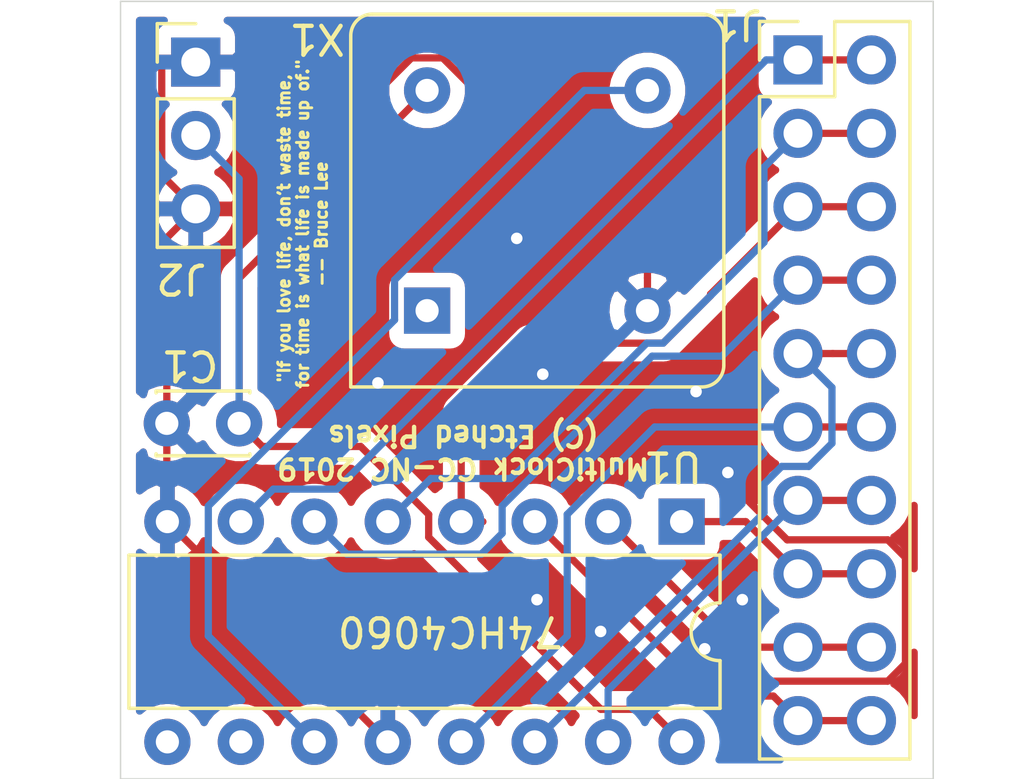
<source format=kicad_pcb>
(kicad_pcb (version 20171130) (host pcbnew 5.1.4-3.fc30)

  (general
    (thickness 1.6)
    (drawings 7)
    (tracks 116)
    (zones 0)
    (modules 5)
    (nets 14)
  )

  (page A4)
  (layers
    (0 F.Cu signal)
    (31 B.Cu signal)
    (32 B.Adhes user)
    (33 F.Adhes user)
    (34 B.Paste user)
    (35 F.Paste user)
    (36 B.SilkS user)
    (37 F.SilkS user)
    (38 B.Mask user)
    (39 F.Mask user)
    (40 Dwgs.User user)
    (41 Cmts.User user)
    (42 Eco1.User user)
    (43 Eco2.User user)
    (44 Edge.Cuts user)
    (45 Margin user)
    (46 B.CrtYd user)
    (47 F.CrtYd user)
    (48 B.Fab user)
    (49 F.Fab user)
  )

  (setup
    (last_trace_width 0.25)
    (trace_clearance 0.2)
    (zone_clearance 0.508)
    (zone_45_only no)
    (trace_min 0.2)
    (via_size 0.8)
    (via_drill 0.4)
    (via_min_size 0.4)
    (via_min_drill 0.3)
    (uvia_size 0.3)
    (uvia_drill 0.1)
    (uvias_allowed no)
    (uvia_min_size 0.2)
    (uvia_min_drill 0.1)
    (edge_width 0.05)
    (segment_width 0.2)
    (pcb_text_width 0.3)
    (pcb_text_size 1.5 1.5)
    (mod_edge_width 0.12)
    (mod_text_size 1 1)
    (mod_text_width 0.15)
    (pad_size 1.524 1.524)
    (pad_drill 0.762)
    (pad_to_mask_clearance 0.051)
    (solder_mask_min_width 0.25)
    (aux_axis_origin 0 0)
    (visible_elements FFFFFF7F)
    (pcbplotparams
      (layerselection 0x010fc_ffffffff)
      (usegerberextensions false)
      (usegerberattributes false)
      (usegerberadvancedattributes false)
      (creategerberjobfile false)
      (excludeedgelayer true)
      (linewidth 0.100000)
      (plotframeref false)
      (viasonmask false)
      (mode 1)
      (useauxorigin false)
      (hpglpennumber 1)
      (hpglpenspeed 20)
      (hpglpendiameter 15.000000)
      (psnegative false)
      (psa4output false)
      (plotreference true)
      (plotvalue true)
      (plotinvisibletext false)
      (padsonsilk false)
      (subtractmaskfromsilk false)
      (outputformat 1)
      (mirror false)
      (drillshape 0)
      (scaleselection 1)
      (outputdirectory "/tmp/timertick"))
  )

  (net 0 "")
  (net 1 VCC)
  (net 2 GND)
  (net 3 "Net-(J1-Pad1)")
  (net 4 "Net-(J1-Pad3)")
  (net 5 "Net-(J1-Pad5)")
  (net 6 "Net-(J1-Pad7)")
  (net 7 "Net-(J1-Pad10)")
  (net 8 "Net-(J1-Pad11)")
  (net 9 "Net-(J1-Pad13)")
  (net 10 "Net-(J1-Pad15)")
  (net 11 "Net-(J1-Pad17)")
  (net 12 "Net-(J1-Pad19)")
  (net 13 "Net-(U1-Pad11)")

  (net_class Default "This is the default net class."
    (clearance 0.2)
    (trace_width 0.25)
    (via_dia 0.8)
    (via_drill 0.4)
    (uvia_dia 0.3)
    (uvia_drill 0.1)
    (add_net GND)
    (add_net "Net-(J1-Pad1)")
    (add_net "Net-(J1-Pad10)")
    (add_net "Net-(J1-Pad11)")
    (add_net "Net-(J1-Pad13)")
    (add_net "Net-(J1-Pad15)")
    (add_net "Net-(J1-Pad17)")
    (add_net "Net-(J1-Pad19)")
    (add_net "Net-(J1-Pad3)")
    (add_net "Net-(J1-Pad5)")
    (add_net "Net-(J1-Pad7)")
    (add_net "Net-(U1-Pad11)")
    (add_net VCC)
  )

  (module Capacitor_THT:C_Disc_D3.0mm_W2.0mm_P2.50mm (layer F.Cu) (tedit 5AE50EF0) (tstamp 5D9BBD7B)
    (at 119.5 85.9 180)
    (descr "C, Disc series, Radial, pin pitch=2.50mm, , diameter*width=3*2mm^2, Capacitor")
    (tags "C Disc series Radial pin pitch 2.50mm  diameter 3mm width 2mm Capacitor")
    (path /5D9C862A)
    (fp_text reference C1 (at 1.7 2 180 unlocked) (layer F.SilkS)
      (effects (font (size 1 1) (thickness 0.15)))
    )
    (fp_text value 0.1uF (at 1.25 2.25) (layer F.Fab)
      (effects (font (size 1 1) (thickness 0.15)))
    )
    (fp_line (start -0.25 -1) (end -0.25 1) (layer F.Fab) (width 0.1))
    (fp_line (start -0.25 1) (end 2.75 1) (layer F.Fab) (width 0.1))
    (fp_line (start 2.75 1) (end 2.75 -1) (layer F.Fab) (width 0.1))
    (fp_line (start 2.75 -1) (end -0.25 -1) (layer F.Fab) (width 0.1))
    (fp_line (start -0.37 -1.12) (end 2.87 -1.12) (layer F.SilkS) (width 0.12))
    (fp_line (start -0.37 1.12) (end 2.87 1.12) (layer F.SilkS) (width 0.12))
    (fp_line (start -0.37 -1.12) (end -0.37 -1.055) (layer F.SilkS) (width 0.12))
    (fp_line (start -0.37 1.055) (end -0.37 1.12) (layer F.SilkS) (width 0.12))
    (fp_line (start 2.87 -1.12) (end 2.87 -1.055) (layer F.SilkS) (width 0.12))
    (fp_line (start 2.87 1.055) (end 2.87 1.12) (layer F.SilkS) (width 0.12))
    (fp_line (start -1.05 -1.25) (end -1.05 1.25) (layer F.CrtYd) (width 0.05))
    (fp_line (start -1.05 1.25) (end 3.55 1.25) (layer F.CrtYd) (width 0.05))
    (fp_line (start 3.55 1.25) (end 3.55 -1.25) (layer F.CrtYd) (width 0.05))
    (fp_line (start 3.55 -1.25) (end -1.05 -1.25) (layer F.CrtYd) (width 0.05))
    (fp_text user %R (at 1.25 0 90) (layer F.Fab)
      (effects (font (size 0.6 0.6) (thickness 0.09)))
    )
    (pad 1 thru_hole circle (at 0 0 180) (size 1.6 1.6) (drill 0.8) (layers *.Cu *.Mask)
      (net 1 VCC))
    (pad 2 thru_hole circle (at 2.5 0 180) (size 1.6 1.6) (drill 0.8) (layers *.Cu *.Mask)
      (net 2 GND))
    (model ${KISYS3DMOD}/Capacitor_THT.3dshapes/C_Disc_D3.0mm_W2.0mm_P2.50mm.wrl
      (at (xyz 0 0 0))
      (scale (xyz 1 1 1))
      (rotate (xyz 0 0 0))
    )
  )

  (module Connector_PinHeader_2.54mm:PinHeader_2x10_P2.54mm_Vertical (layer F.Cu) (tedit 59FED5CC) (tstamp 5D9BBDA5)
    (at 138.825001 73.325001)
    (descr "Through hole straight pin header, 2x10, 2.54mm pitch, double rows")
    (tags "Through hole pin header THT 2x10 2.54mm double row")
    (path /5D9C41B5)
    (fp_text reference J1 (at -2.125001 -1.225001 180 unlocked) (layer F.SilkS)
      (effects (font (size 1 1) (thickness 0.15)))
    )
    (fp_text value Conn_02x10_Odd_Even (at 6.974999 7.174999 90) (layer F.Fab)
      (effects (font (size 1 1) (thickness 0.15)))
    )
    (fp_line (start 0 -1.27) (end 3.81 -1.27) (layer F.Fab) (width 0.1))
    (fp_line (start 3.81 -1.27) (end 3.81 24.13) (layer F.Fab) (width 0.1))
    (fp_line (start 3.81 24.13) (end -1.27 24.13) (layer F.Fab) (width 0.1))
    (fp_line (start -1.27 24.13) (end -1.27 0) (layer F.Fab) (width 0.1))
    (fp_line (start -1.27 0) (end 0 -1.27) (layer F.Fab) (width 0.1))
    (fp_line (start -1.33 24.19) (end 3.87 24.19) (layer F.SilkS) (width 0.12))
    (fp_line (start -1.33 1.27) (end -1.33 24.19) (layer F.SilkS) (width 0.12))
    (fp_line (start 3.87 -1.33) (end 3.87 24.19) (layer F.SilkS) (width 0.12))
    (fp_line (start -1.33 1.27) (end 1.27 1.27) (layer F.SilkS) (width 0.12))
    (fp_line (start 1.27 1.27) (end 1.27 -1.33) (layer F.SilkS) (width 0.12))
    (fp_line (start 1.27 -1.33) (end 3.87 -1.33) (layer F.SilkS) (width 0.12))
    (fp_line (start -1.33 0) (end -1.33 -1.33) (layer F.SilkS) (width 0.12))
    (fp_line (start -1.33 -1.33) (end 0 -1.33) (layer F.SilkS) (width 0.12))
    (fp_line (start -1.8 -1.8) (end -1.8 24.65) (layer F.CrtYd) (width 0.05))
    (fp_line (start -1.8 24.65) (end 4.35 24.65) (layer F.CrtYd) (width 0.05))
    (fp_line (start 4.35 24.65) (end 4.35 -1.8) (layer F.CrtYd) (width 0.05))
    (fp_line (start 4.35 -1.8) (end -1.8 -1.8) (layer F.CrtYd) (width 0.05))
    (fp_text user %R (at 1.27 11.43 90) (layer F.Fab)
      (effects (font (size 1 1) (thickness 0.15)))
    )
    (pad 1 thru_hole rect (at 0 0) (size 1.7 1.7) (drill 1) (layers *.Cu *.Mask)
      (net 3 "Net-(J1-Pad1)"))
    (pad 2 thru_hole oval (at 2.54 0) (size 1.7 1.7) (drill 1) (layers *.Cu *.Mask)
      (net 3 "Net-(J1-Pad1)"))
    (pad 3 thru_hole oval (at 0 2.54) (size 1.7 1.7) (drill 1) (layers *.Cu *.Mask)
      (net 4 "Net-(J1-Pad3)"))
    (pad 4 thru_hole oval (at 2.54 2.54) (size 1.7 1.7) (drill 1) (layers *.Cu *.Mask)
      (net 4 "Net-(J1-Pad3)"))
    (pad 5 thru_hole oval (at 0 5.08) (size 1.7 1.7) (drill 1) (layers *.Cu *.Mask)
      (net 5 "Net-(J1-Pad5)"))
    (pad 6 thru_hole oval (at 2.54 5.08) (size 1.7 1.7) (drill 1) (layers *.Cu *.Mask)
      (net 5 "Net-(J1-Pad5)"))
    (pad 7 thru_hole oval (at 0 7.62) (size 1.7 1.7) (drill 1) (layers *.Cu *.Mask)
      (net 6 "Net-(J1-Pad7)"))
    (pad 8 thru_hole oval (at 2.54 7.62) (size 1.7 1.7) (drill 1) (layers *.Cu *.Mask)
      (net 6 "Net-(J1-Pad7)"))
    (pad 9 thru_hole oval (at 0 10.16) (size 1.7 1.7) (drill 1) (layers *.Cu *.Mask)
      (net 7 "Net-(J1-Pad10)"))
    (pad 10 thru_hole oval (at 2.54 10.16) (size 1.7 1.7) (drill 1) (layers *.Cu *.Mask)
      (net 7 "Net-(J1-Pad10)"))
    (pad 11 thru_hole oval (at 0 12.7) (size 1.7 1.7) (drill 1) (layers *.Cu *.Mask)
      (net 8 "Net-(J1-Pad11)"))
    (pad 12 thru_hole oval (at 2.54 12.7) (size 1.7 1.7) (drill 1) (layers *.Cu *.Mask)
      (net 8 "Net-(J1-Pad11)"))
    (pad 13 thru_hole oval (at 0 15.24) (size 1.7 1.7) (drill 1) (layers *.Cu *.Mask)
      (net 9 "Net-(J1-Pad13)"))
    (pad 14 thru_hole oval (at 2.54 15.24) (size 1.7 1.7) (drill 1) (layers *.Cu *.Mask)
      (net 9 "Net-(J1-Pad13)"))
    (pad 15 thru_hole oval (at 0 17.78) (size 1.7 1.7) (drill 1) (layers *.Cu *.Mask)
      (net 10 "Net-(J1-Pad15)"))
    (pad 16 thru_hole oval (at 2.54 17.78) (size 1.7 1.7) (drill 1) (layers *.Cu *.Mask)
      (net 10 "Net-(J1-Pad15)"))
    (pad 17 thru_hole oval (at 0 20.32) (size 1.7 1.7) (drill 1) (layers *.Cu *.Mask)
      (net 11 "Net-(J1-Pad17)"))
    (pad 18 thru_hole oval (at 2.54 20.32) (size 1.7 1.7) (drill 1) (layers *.Cu *.Mask)
      (net 11 "Net-(J1-Pad17)"))
    (pad 19 thru_hole oval (at 0 22.86) (size 1.7 1.7) (drill 1) (layers *.Cu *.Mask)
      (net 12 "Net-(J1-Pad19)"))
    (pad 20 thru_hole oval (at 2.54 22.86) (size 1.7 1.7) (drill 1) (layers *.Cu *.Mask)
      (net 12 "Net-(J1-Pad19)"))
    (model ${KISYS3DMOD}/Connector_PinHeader_2.54mm.3dshapes/PinHeader_2x10_P2.54mm_Vertical.wrl
      (at (xyz 0 0 0))
      (scale (xyz 1 1 1))
      (rotate (xyz 0 0 0))
    )
  )

  (module Oscillator:Oscillator_DIP-8 (layer F.Cu) (tedit 58CD3344) (tstamp 5D9BBDEB)
    (at 126 82)
    (descr "Oscillator, DIP8,http://cdn-reichelt.de/documents/datenblatt/B400/OSZI.pdf")
    (tags oscillator)
    (path /5D9BF389)
    (fp_text reference X1 (at -3.8 -9.4 180 unlocked) (layer F.SilkS)
      (effects (font (size 1 1) (thickness 0.15)))
    )
    (fp_text value 2.4576MHz (at 3.81 3.74) (layer F.Fab)
      (effects (font (size 1 1) (thickness 0.15)))
    )
    (fp_text user %R (at 3.81 -3.81) (layer F.Fab)
      (effects (font (size 1 1) (thickness 0.15)))
    )
    (fp_line (start 10.41 2.79) (end 10.41 -10.41) (layer F.CrtYd) (width 0.05))
    (fp_line (start 10.41 -10.41) (end -2.79 -10.41) (layer F.CrtYd) (width 0.05))
    (fp_line (start -2.79 -10.41) (end -2.79 2.79) (layer F.CrtYd) (width 0.05))
    (fp_line (start -2.79 2.79) (end 10.41 2.79) (layer F.CrtYd) (width 0.05))
    (fp_line (start 9.16 1.19) (end 9.16 -8.81) (layer F.Fab) (width 0.1))
    (fp_line (start -1.19 -9.16) (end 8.81 -9.16) (layer F.Fab) (width 0.1))
    (fp_line (start -1.54 1.54) (end -1.54 -8.81) (layer F.Fab) (width 0.1))
    (fp_line (start -1.54 1.54) (end 8.81 1.54) (layer F.Fab) (width 0.1))
    (fp_line (start -2.64 -9.51) (end -2.64 2.64) (layer F.SilkS) (width 0.12))
    (fp_line (start 9.51 -10.26) (end -1.89 -10.26) (layer F.SilkS) (width 0.12))
    (fp_line (start 10.26 1.89) (end 10.26 -9.51) (layer F.SilkS) (width 0.12))
    (fp_line (start -2.64 2.64) (end 9.51 2.64) (layer F.SilkS) (width 0.12))
    (fp_line (start -2.54 2.54) (end 9.51 2.54) (layer F.Fab) (width 0.1))
    (fp_line (start 10.16 -9.51) (end 10.16 1.89) (layer F.Fab) (width 0.1))
    (fp_line (start -1.89 -10.16) (end 9.51 -10.16) (layer F.Fab) (width 0.1))
    (fp_line (start -2.54 2.54) (end -2.54 -9.51) (layer F.Fab) (width 0.1))
    (fp_arc (start 8.81 1.19) (end 9.16 1.19) (angle 90) (layer F.Fab) (width 0.1))
    (fp_arc (start 8.81 -8.81) (end 8.81 -9.16) (angle 90) (layer F.Fab) (width 0.1))
    (fp_arc (start -1.19 -8.81) (end -1.54 -8.81) (angle 90) (layer F.Fab) (width 0.1))
    (fp_arc (start 9.51 1.89) (end 10.26 1.89) (angle 90) (layer F.SilkS) (width 0.12))
    (fp_arc (start 9.51 -9.51) (end 9.51 -10.26) (angle 90) (layer F.SilkS) (width 0.12))
    (fp_arc (start -1.89 -9.51) (end -2.64 -9.51) (angle 90) (layer F.SilkS) (width 0.12))
    (fp_arc (start 9.51 1.89) (end 10.16 1.89) (angle 90) (layer F.Fab) (width 0.1))
    (fp_arc (start 9.51 -9.51) (end 9.51 -10.16) (angle 90) (layer F.Fab) (width 0.1))
    (fp_arc (start -1.89 -9.51) (end -2.54 -9.51) (angle 90) (layer F.Fab) (width 0.1))
    (pad 1 thru_hole rect (at 0 0) (size 1.6 1.6) (drill 0.8) (layers *.Cu *.Mask))
    (pad 8 thru_hole circle (at 0 -7.62) (size 1.6 1.6) (drill 0.8) (layers *.Cu *.Mask)
      (net 1 VCC))
    (pad 5 thru_hole circle (at 7.62 -7.62) (size 1.6 1.6) (drill 0.8) (layers *.Cu *.Mask)
      (net 13 "Net-(U1-Pad11)"))
    (pad 4 thru_hole circle (at 7.62 0) (size 1.6 1.6) (drill 0.8) (layers *.Cu *.Mask)
      (net 2 GND))
    (model ${KISYS3DMOD}/Oscillator.3dshapes/Oscillator_DIP-8.wrl
      (at (xyz 0 0 0))
      (scale (xyz 1 1 1))
      (rotate (xyz 0 0 0))
    )
  )

  (module Connector_PinHeader_2.54mm:PinHeader_1x03_P2.54mm_Vertical (layer F.Cu) (tedit 59FED5CC) (tstamp 5D9BC250)
    (at 118 73.4)
    (descr "Through hole straight pin header, 1x03, 2.54mm pitch, single row")
    (tags "Through hole pin header THT 1x03 2.54mm single row")
    (path /5D9CC109)
    (fp_text reference J2 (at -0.5 7.5 180 unlocked) (layer F.SilkS)
      (effects (font (size 1 1) (thickness 0.15)))
    )
    (fp_text value Conn_01x03_Male (at 0 7.41) (layer F.Fab)
      (effects (font (size 1 1) (thickness 0.15)))
    )
    (fp_line (start -0.635 -1.27) (end 1.27 -1.27) (layer F.Fab) (width 0.1))
    (fp_line (start 1.27 -1.27) (end 1.27 6.35) (layer F.Fab) (width 0.1))
    (fp_line (start 1.27 6.35) (end -1.27 6.35) (layer F.Fab) (width 0.1))
    (fp_line (start -1.27 6.35) (end -1.27 -0.635) (layer F.Fab) (width 0.1))
    (fp_line (start -1.27 -0.635) (end -0.635 -1.27) (layer F.Fab) (width 0.1))
    (fp_line (start -1.33 6.41) (end 1.33 6.41) (layer F.SilkS) (width 0.12))
    (fp_line (start -1.33 1.27) (end -1.33 6.41) (layer F.SilkS) (width 0.12))
    (fp_line (start 1.33 1.27) (end 1.33 6.41) (layer F.SilkS) (width 0.12))
    (fp_line (start -1.33 1.27) (end 1.33 1.27) (layer F.SilkS) (width 0.12))
    (fp_line (start -1.33 0) (end -1.33 -1.33) (layer F.SilkS) (width 0.12))
    (fp_line (start -1.33 -1.33) (end 0 -1.33) (layer F.SilkS) (width 0.12))
    (fp_line (start -1.8 -1.8) (end -1.8 6.85) (layer F.CrtYd) (width 0.05))
    (fp_line (start -1.8 6.85) (end 1.8 6.85) (layer F.CrtYd) (width 0.05))
    (fp_line (start 1.8 6.85) (end 1.8 -1.8) (layer F.CrtYd) (width 0.05))
    (fp_line (start 1.8 -1.8) (end -1.8 -1.8) (layer F.CrtYd) (width 0.05))
    (fp_text user %R (at 0 2.54 90) (layer F.Fab)
      (effects (font (size 1 1) (thickness 0.15)))
    )
    (pad 1 thru_hole rect (at 0 0) (size 1.7 1.7) (drill 1) (layers *.Cu *.Mask)
      (net 2 GND))
    (pad 2 thru_hole oval (at 0 2.54) (size 1.7 1.7) (drill 1) (layers *.Cu *.Mask)
      (net 1 VCC))
    (pad 3 thru_hole oval (at 0 5.08) (size 1.7 1.7) (drill 1) (layers *.Cu *.Mask)
      (net 2 GND))
    (model ${KISYS3DMOD}/Connector_PinHeader_2.54mm.3dshapes/PinHeader_1x03_P2.54mm_Vertical.wrl
      (at (xyz 0 0 0))
      (scale (xyz 1 1 1))
      (rotate (xyz 0 0 0))
    )
  )

  (module Package_DIP:DIP-16_W7.62mm (layer F.Cu) (tedit 5A02E8C5) (tstamp 5D9BC304)
    (at 134.8 89.3 270)
    (descr "16-lead though-hole mounted DIP package, row spacing 7.62 mm (300 mils)")
    (tags "THT DIP DIL PDIP 2.54mm 7.62mm 300mil")
    (path /5D9C1A29)
    (fp_text reference U1 (at -1.9 0.3 180 unlocked) (layer F.SilkS)
      (effects (font (size 1 1) (thickness 0.15)))
    )
    (fp_text value 74HC4060 (at 3.81 20.11 90) (layer F.Fab)
      (effects (font (size 1 1) (thickness 0.15)))
    )
    (fp_arc (start 3.81 -1.33) (end 2.81 -1.33) (angle -180) (layer F.SilkS) (width 0.12))
    (fp_line (start 1.635 -1.27) (end 6.985 -1.27) (layer F.Fab) (width 0.1))
    (fp_line (start 6.985 -1.27) (end 6.985 19.05) (layer F.Fab) (width 0.1))
    (fp_line (start 6.985 19.05) (end 0.635 19.05) (layer F.Fab) (width 0.1))
    (fp_line (start 0.635 19.05) (end 0.635 -0.27) (layer F.Fab) (width 0.1))
    (fp_line (start 0.635 -0.27) (end 1.635 -1.27) (layer F.Fab) (width 0.1))
    (fp_line (start 2.81 -1.33) (end 1.16 -1.33) (layer F.SilkS) (width 0.12))
    (fp_line (start 1.16 -1.33) (end 1.16 19.11) (layer F.SilkS) (width 0.12))
    (fp_line (start 1.16 19.11) (end 6.46 19.11) (layer F.SilkS) (width 0.12))
    (fp_line (start 6.46 19.11) (end 6.46 -1.33) (layer F.SilkS) (width 0.12))
    (fp_line (start 6.46 -1.33) (end 4.81 -1.33) (layer F.SilkS) (width 0.12))
    (fp_line (start -1.1 -1.55) (end -1.1 19.3) (layer F.CrtYd) (width 0.05))
    (fp_line (start -1.1 19.3) (end 8.7 19.3) (layer F.CrtYd) (width 0.05))
    (fp_line (start 8.7 19.3) (end 8.7 -1.55) (layer F.CrtYd) (width 0.05))
    (fp_line (start 8.7 -1.55) (end -1.1 -1.55) (layer F.CrtYd) (width 0.05))
    (fp_text user %R (at 3.81 8.89 90) (layer F.Fab)
      (effects (font (size 1 1) (thickness 0.15)))
    )
    (pad 1 thru_hole rect (at 0 0 270) (size 1.6 1.6) (drill 0.8) (layers *.Cu *.Mask)
      (net 10 "Net-(J1-Pad15)"))
    (pad 9 thru_hole oval (at 7.62 17.78 270) (size 1.6 1.6) (drill 0.8) (layers *.Cu *.Mask))
    (pad 2 thru_hole oval (at 0 2.54 270) (size 1.6 1.6) (drill 0.8) (layers *.Cu *.Mask)
      (net 11 "Net-(J1-Pad17)"))
    (pad 10 thru_hole oval (at 7.62 15.24 270) (size 1.6 1.6) (drill 0.8) (layers *.Cu *.Mask))
    (pad 3 thru_hole oval (at 0 5.08 270) (size 1.6 1.6) (drill 0.8) (layers *.Cu *.Mask)
      (net 12 "Net-(J1-Pad19)"))
    (pad 11 thru_hole oval (at 7.62 12.7 270) (size 1.6 1.6) (drill 0.8) (layers *.Cu *.Mask)
      (net 13 "Net-(U1-Pad11)"))
    (pad 4 thru_hole oval (at 0 7.62 270) (size 1.6 1.6) (drill 0.8) (layers *.Cu *.Mask)
      (net 5 "Net-(J1-Pad5)"))
    (pad 12 thru_hole oval (at 7.62 10.16 270) (size 1.6 1.6) (drill 0.8) (layers *.Cu *.Mask)
      (net 2 GND))
    (pad 5 thru_hole oval (at 0 10.16 270) (size 1.6 1.6) (drill 0.8) (layers *.Cu *.Mask)
      (net 4 "Net-(J1-Pad3)"))
    (pad 13 thru_hole oval (at 7.62 7.62 270) (size 1.6 1.6) (drill 0.8) (layers *.Cu *.Mask)
      (net 8 "Net-(J1-Pad11)"))
    (pad 6 thru_hole oval (at 0 12.7 270) (size 1.6 1.6) (drill 0.8) (layers *.Cu *.Mask)
      (net 6 "Net-(J1-Pad7)"))
    (pad 14 thru_hole oval (at 7.62 5.08 270) (size 1.6 1.6) (drill 0.8) (layers *.Cu *.Mask)
      (net 7 "Net-(J1-Pad10)"))
    (pad 7 thru_hole oval (at 0 15.24 270) (size 1.6 1.6) (drill 0.8) (layers *.Cu *.Mask)
      (net 3 "Net-(J1-Pad1)"))
    (pad 15 thru_hole oval (at 7.62 2.54 270) (size 1.6 1.6) (drill 0.8) (layers *.Cu *.Mask)
      (net 9 "Net-(J1-Pad13)"))
    (pad 8 thru_hole oval (at 0 17.78 270) (size 1.6 1.6) (drill 0.8) (layers *.Cu *.Mask)
      (net 2 GND))
    (pad 16 thru_hole oval (at 7.62 0 270) (size 1.6 1.6) (drill 0.8) (layers *.Cu *.Mask)
      (net 1 VCC))
    (model ${KISYS3DMOD}/Package_DIP.3dshapes/DIP-16_W7.62mm.wrl
      (at (xyz 0 0 0))
      (scale (xyz 1 1 1))
      (rotate (xyz 0 0 0))
    )
  )

  (gr_text "MultiClock CC-NC 2019\n(C) Etched Pixels" (at 127.25 86.9 180) (layer F.SilkS)
    (effects (font (size 0.7 0.7) (thickness 0.15)))
  )
  (gr_text "\"If you love life, don't waste time, \nfor time is what life is made up of.\"\n-- Bruce Lee" (at 121.7 79 90) (layer F.SilkS)
    (effects (font (size 0.4 0.4) (thickness 0.1)))
  )
  (gr_text 74HC4060 (at 126.8 93.1 180) (layer F.SilkS)
    (effects (font (size 1 1) (thickness 0.15)))
  )
  (gr_line (start 115.4 98.2) (end 115.4 71.3) (layer Edge.Cuts) (width 0.05) (tstamp 5D9BC3D3))
  (gr_line (start 143.5 98.2) (end 115.4 98.2) (layer Edge.Cuts) (width 0.05))
  (gr_line (start 143.5 71.3) (end 143.5 98.2) (layer Edge.Cuts) (width 0.05))
  (gr_line (start 115.4 71.3) (end 143.5 71.3) (layer Edge.Cuts) (width 0.05))

  (segment (start 119.5 80.88) (end 126 74.38) (width 0.25) (layer F.Cu) (net 1) (status 20))
  (segment (start 119.5 85.9) (end 119.5 80.88) (width 0.25) (layer F.Cu) (net 1) (status 10))
  (segment (start 134.000001 96.120001) (end 134.8 96.92) (width 0.25) (layer F.Cu) (net 1) (status 20))
  (segment (start 132.009997 95.794999) (end 133.674999 95.794999) (width 0.25) (layer F.Cu) (net 1))
  (segment (start 133.674999 95.794999) (end 134.000001 96.120001) (width 0.25) (layer F.Cu) (net 1))
  (segment (start 126.054999 89.840001) (end 132.009997 95.794999) (width 0.25) (layer F.Cu) (net 1))
  (segment (start 126.054999 89.049997) (end 126.054999 89.840001) (width 0.25) (layer F.Cu) (net 1))
  (segment (start 123.705001 86.699999) (end 126.054999 89.049997) (width 0.25) (layer F.Cu) (net 1))
  (segment (start 120.299999 86.699999) (end 123.705001 86.699999) (width 0.25) (layer F.Cu) (net 1))
  (segment (start 119.5 85.9) (end 120.299999 86.699999) (width 0.25) (layer F.Cu) (net 1) (status 10))
  (segment (start 119.5 77.44) (end 118 75.94) (width 0.25) (layer B.Cu) (net 1))
  (segment (start 119.5 85.9) (end 119.5 77.44) (width 0.25) (layer B.Cu) (net 1))
  (segment (start 124.64 96.92) (end 117.02 89.3) (width 0.25) (layer F.Cu) (net 2) (status 30))
  (segment (start 117 89.28) (end 117.02 89.3) (width 0.25) (layer F.Cu) (net 2) (status 30))
  (segment (start 117 85.9) (end 117 89.28) (width 0.25) (layer F.Cu) (net 2) (status 30))
  (segment (start 133.62 80.86863) (end 133.62 82) (width 0.25) (layer F.Cu) (net 2) (status 20))
  (segment (start 133.62 80.334998) (end 133.62 80.86863) (width 0.25) (layer F.Cu) (net 2))
  (segment (start 126.540001 73.254999) (end 133.62 80.334998) (width 0.25) (layer F.Cu) (net 2))
  (segment (start 125.459999 73.254999) (end 126.540001 73.254999) (width 0.25) (layer F.Cu) (net 2))
  (segment (start 117 81.714998) (end 125.459999 73.254999) (width 0.25) (layer F.Cu) (net 2))
  (segment (start 117 85.9) (end 117 81.714998) (width 0.25) (layer F.Cu) (net 2) (status 10))
  (segment (start 117 79.48) (end 118 78.48) (width 0.25) (layer F.Cu) (net 2))
  (segment (start 117 81.714998) (end 117 79.48) (width 0.25) (layer F.Cu) (net 2))
  (segment (start 116.9 73.4) (end 118 73.4) (width 0.25) (layer F.Cu) (net 2))
  (segment (start 116.824999 73.475001) (end 116.9 73.4) (width 0.25) (layer F.Cu) (net 2))
  (segment (start 116.824999 77.304999) (end 116.824999 73.475001) (width 0.25) (layer F.Cu) (net 2))
  (segment (start 118 78.48) (end 116.824999 77.304999) (width 0.25) (layer F.Cu) (net 2))
  (via (at 129.8 92) (size 0.8) (drill 0.4) (layers F.Cu B.Cu) (net 2))
  (via (at 132 93.1) (size 0.8) (drill 0.4) (layers F.Cu B.Cu) (net 2))
  (via (at 129.1 79.5) (size 0.8) (drill 0.4) (layers F.Cu B.Cu) (net 2))
  (via (at 124.3 84.5) (size 0.8) (drill 0.4) (layers F.Cu B.Cu) (net 2))
  (via (at 130 84.2) (size 0.8) (drill 0.4) (layers F.Cu B.Cu) (net 2))
  (via (at 136.9 92) (size 0.8) (drill 0.4) (layers F.Cu B.Cu) (net 2))
  (via (at 135.6 93.7) (size 0.8) (drill 0.4) (layers F.Cu B.Cu) (net 2))
  (via (at 136.4 87.6) (size 0.8) (drill 0.4) (layers F.Cu B.Cu) (net 2))
  (via (at 135.3 84.8) (size 0.8) (drill 0.4) (layers F.Cu B.Cu) (net 2))
  (segment (start 136.720002 94.820002) (end 135.999999 94.099999) (width 0.25) (layer F.Cu) (net 2))
  (segment (start 141.929002 94.820002) (end 136.720002 94.820002) (width 0.25) (layer F.Cu) (net 2))
  (segment (start 135.999999 94.099999) (end 135.6 93.7) (width 0.25) (layer F.Cu) (net 2))
  (segment (start 142.540002 94.209002) (end 141.929002 94.820002) (width 0.25) (layer F.Cu) (net 2))
  (segment (start 142.540002 90.541) (end 142.540002 94.209002) (width 0.25) (layer F.Cu) (net 2))
  (segment (start 141.929002 89.93) (end 142.540002 90.541) (width 0.25) (layer F.Cu) (net 2))
  (segment (start 138.450998 89.93) (end 141.929002 89.93) (width 0.25) (layer F.Cu) (net 2))
  (segment (start 136.799999 88.279001) (end 138.450998 89.93) (width 0.25) (layer F.Cu) (net 2))
  (segment (start 136.799999 87.999999) (end 136.799999 88.279001) (width 0.25) (layer F.Cu) (net 2))
  (segment (start 136.4 87.6) (end 136.799999 87.999999) (width 0.25) (layer F.Cu) (net 2))
  (segment (start 138.825001 73.325001) (end 141.365001 73.325001) (width 0.25) (layer F.Cu) (net 3) (status 30))
  (segment (start 137.725001 73.325001) (end 138.825001 73.325001) (width 0.25) (layer B.Cu) (net 3) (status 20))
  (segment (start 122.875003 88.174999) (end 137.725001 73.325001) (width 0.25) (layer B.Cu) (net 3))
  (segment (start 120.685001 88.174999) (end 122.875003 88.174999) (width 0.25) (layer B.Cu) (net 3))
  (segment (start 119.56 89.3) (end 120.685001 88.174999) (width 0.25) (layer B.Cu) (net 3) (status 10))
  (segment (start 138.825001 75.865001) (end 141.365001 75.865001) (width 0.25) (layer F.Cu) (net 4) (status 30))
  (segment (start 137.975002 76.715) (end 138.825001 75.865001) (width 0.25) (layer B.Cu) (net 4))
  (segment (start 133.593587 83.125001) (end 134.160001 83.125001) (width 0.25) (layer B.Cu) (net 4))
  (segment (start 129.118588 87.6) (end 133.593587 83.125001) (width 0.25) (layer B.Cu) (net 4))
  (segment (start 137.65 79.635002) (end 137.65 77.040002) (width 0.25) (layer B.Cu) (net 4))
  (segment (start 129.1 87.6) (end 129.118588 87.6) (width 0.25) (layer B.Cu) (net 4))
  (segment (start 137.65 77.040002) (end 137.975002 76.715) (width 0.25) (layer B.Cu) (net 4))
  (segment (start 128.890706 87.809294) (end 129.1 87.6) (width 0.25) (layer B.Cu) (net 4))
  (segment (start 134.160001 83.125001) (end 137.65 79.635002) (width 0.25) (layer B.Cu) (net 4))
  (segment (start 126.130706 87.809294) (end 128.890706 87.809294) (width 0.25) (layer B.Cu) (net 4))
  (segment (start 124.64 89.3) (end 126.130706 87.809294) (width 0.25) (layer B.Cu) (net 4))
  (segment (start 138.825001 78.405001) (end 141.365001 78.405001) (width 0.25) (layer F.Cu) (net 5) (status 30))
  (segment (start 127.930002 89.3) (end 127.18 89.3) (width 0.25) (layer F.Cu) (net 5) (status 30))
  (segment (start 127.18 89.3) (end 127.18 85.52) (width 0.25) (layer F.Cu) (net 5))
  (segment (start 134.160001 83.125001) (end 135.8 81.485002) (width 0.25) (layer F.Cu) (net 5))
  (segment (start 127.18 85.52) (end 129.574999 83.125001) (width 0.25) (layer F.Cu) (net 5))
  (segment (start 129.574999 83.125001) (end 134.160001 83.125001) (width 0.25) (layer F.Cu) (net 5))
  (segment (start 135.8 81.430002) (end 138.825001 78.405001) (width 0.25) (layer F.Cu) (net 5))
  (segment (start 135.8 81.485002) (end 135.8 81.430002) (width 0.25) (layer F.Cu) (net 5))
  (segment (start 138.825001 80.945001) (end 141.365001 80.945001) (width 0.25) (layer F.Cu) (net 6) (status 30))
  (segment (start 137.975002 81.795) (end 138.825001 80.945001) (width 0.25) (layer B.Cu) (net 6) (status 20))
  (segment (start 128.594999 89.705001) (end 128.594999 88.759999) (width 0.25) (layer B.Cu) (net 6))
  (segment (start 128.594999 88.759999) (end 133.779987 83.575011) (width 0.25) (layer B.Cu) (net 6))
  (segment (start 127.874999 90.425001) (end 128.594999 89.705001) (width 0.25) (layer B.Cu) (net 6))
  (segment (start 123.225001 90.425001) (end 127.874999 90.425001) (width 0.25) (layer B.Cu) (net 6))
  (segment (start 136.194991 83.575011) (end 137.975002 81.795) (width 0.25) (layer B.Cu) (net 6))
  (segment (start 133.779987 83.575011) (end 136.194991 83.575011) (width 0.25) (layer B.Cu) (net 6))
  (segment (start 122.1 89.3) (end 123.225001 90.425001) (width 0.25) (layer B.Cu) (net 6) (status 10))
  (segment (start 140.027082 83.485001) (end 141.365001 83.485001) (width 0.25) (layer F.Cu) (net 7) (status 20))
  (segment (start 138.825001 83.485001) (end 140.027082 83.485001) (width 0.25) (layer F.Cu) (net 7) (status 10))
  (segment (start 130.519999 96.120001) (end 129.72 96.92) (width 0.25) (layer B.Cu) (net 7) (status 20))
  (segment (start 137.65 88.99) (end 130.519999 96.120001) (width 0.25) (layer B.Cu) (net 7))
  (segment (start 137.65 88.001) (end 137.65 88.99) (width 0.25) (layer B.Cu) (net 7))
  (segment (start 138.261 87.39) (end 137.65 88.001) (width 0.25) (layer B.Cu) (net 7))
  (segment (start 139.199004 87.39) (end 138.261 87.39) (width 0.25) (layer B.Cu) (net 7))
  (segment (start 140.000002 84.660002) (end 140.000002 86.589002) (width 0.25) (layer B.Cu) (net 7))
  (segment (start 140.000002 86.589002) (end 139.199004 87.39) (width 0.25) (layer B.Cu) (net 7))
  (segment (start 138.825001 83.485001) (end 140.000002 84.660002) (width 0.25) (layer B.Cu) (net 7) (status 10))
  (segment (start 138.825001 86.025001) (end 141.365001 86.025001) (width 0.25) (layer F.Cu) (net 8) (status 30))
  (segment (start 137.62292 86.025001) (end 138.825001 86.025001) (width 0.25) (layer B.Cu) (net 8) (status 20))
  (segment (start 133.869997 86.025001) (end 137.62292 86.025001) (width 0.25) (layer B.Cu) (net 8))
  (segment (start 130.845001 89.049997) (end 133.869997 86.025001) (width 0.25) (layer B.Cu) (net 8))
  (segment (start 130.845001 93.254999) (end 130.845001 89.049997) (width 0.25) (layer B.Cu) (net 8))
  (segment (start 127.18 96.92) (end 130.845001 93.254999) (width 0.25) (layer B.Cu) (net 8) (status 10))
  (segment (start 132.26 95.130002) (end 138.825001 88.565001) (width 0.25) (layer B.Cu) (net 9) (status 20))
  (segment (start 132.26 96.92) (end 132.26 95.130002) (width 0.25) (layer B.Cu) (net 9) (status 10))
  (segment (start 138.825001 88.565001) (end 141.365001 88.565001) (width 0.25) (layer F.Cu) (net 9) (status 30))
  (segment (start 137.02 89.3) (end 138.825001 91.105001) (width 0.25) (layer F.Cu) (net 10) (status 20))
  (segment (start 134.8 89.3) (end 137.02 89.3) (width 0.25) (layer F.Cu) (net 10) (status 10))
  (segment (start 138.825001 91.105001) (end 141.365001 91.105001) (width 0.25) (layer F.Cu) (net 10) (status 30))
  (segment (start 136.605001 93.645001) (end 138.825001 93.645001) (width 0.25) (layer F.Cu) (net 11) (status 20))
  (segment (start 132.26 89.3) (end 136.605001 93.645001) (width 0.25) (layer F.Cu) (net 11) (status 10))
  (segment (start 141.365001 93.645001) (end 138.825001 93.645001) (width 0.25) (layer F.Cu) (net 11) (status 30))
  (segment (start 138.825001 96.185001) (end 141.365001 96.185001) (width 0.25) (layer F.Cu) (net 12) (status 30))
  (segment (start 130.519999 90.099999) (end 129.72 89.3) (width 0.25) (layer F.Cu) (net 12) (status 20))
  (segment (start 135.755002 95.335002) (end 130.519999 90.099999) (width 0.25) (layer F.Cu) (net 12))
  (segment (start 137.975002 95.335002) (end 135.755002 95.335002) (width 0.25) (layer F.Cu) (net 12))
  (segment (start 138.825001 96.185001) (end 137.975002 95.335002) (width 0.25) (layer F.Cu) (net 12) (status 10))
  (segment (start 131.434998 74.38) (end 132.48863 74.38) (width 0.25) (layer B.Cu) (net 13))
  (segment (start 124.874999 80.939999) (end 131.434998 74.38) (width 0.25) (layer B.Cu) (net 13))
  (segment (start 132.48863 74.38) (end 133.62 74.38) (width 0.25) (layer B.Cu) (net 13) (status 20))
  (segment (start 124.874999 82.319999) (end 124.874999 80.939999) (width 0.25) (layer B.Cu) (net 13))
  (segment (start 118.434999 88.759999) (end 124.874999 82.319999) (width 0.25) (layer B.Cu) (net 13))
  (segment (start 118.434999 93.254999) (end 118.434999 88.759999) (width 0.25) (layer B.Cu) (net 13))
  (segment (start 122.1 96.92) (end 118.434999 93.254999) (width 0.25) (layer B.Cu) (net 13) (status 10))

  (zone (net 2) (net_name GND) (layer B.Cu) (tstamp 5DAB0A21) (hatch edge 0.508)
    (connect_pads (clearance 0.508))
    (min_thickness 0.254)
    (fill yes (arc_segments 32) (thermal_gap 0.508) (thermal_bridge_width 0.508))
    (polygon
      (pts
        (xy 115.4 71.3) (xy 143.5 71.3) (xy 143.4 98.1) (xy 115.4 98.2)
      )
    )
    (filled_polygon
      (pts
        (xy 137.361488 91.396112) (xy 137.446402 91.676035) (xy 137.584295 91.934015) (xy 137.769867 92.160135) (xy 137.995987 92.345707)
        (xy 138.050792 92.375001) (xy 137.995987 92.404295) (xy 137.769867 92.589867) (xy 137.584295 92.815987) (xy 137.446402 93.073967)
        (xy 137.361488 93.35389) (xy 137.332816 93.645001) (xy 137.361488 93.936112) (xy 137.446402 94.216035) (xy 137.584295 94.474015)
        (xy 137.769867 94.700135) (xy 137.995987 94.885707) (xy 138.050792 94.915001) (xy 137.995987 94.944295) (xy 137.769867 95.129867)
        (xy 137.584295 95.355987) (xy 137.446402 95.613967) (xy 137.361488 95.89389) (xy 137.332816 96.185001) (xy 137.361488 96.476112)
        (xy 137.446402 96.756035) (xy 137.584295 97.014015) (xy 137.769867 97.240135) (xy 137.995987 97.425707) (xy 138.209814 97.54)
        (xy 136.095733 97.54) (xy 136.132182 97.471808) (xy 136.214236 97.201309) (xy 136.241943 96.92) (xy 136.214236 96.638691)
        (xy 136.132182 96.368192) (xy 135.998932 96.118899) (xy 135.819608 95.900392) (xy 135.601101 95.721068) (xy 135.351808 95.587818)
        (xy 135.081309 95.505764) (xy 134.870492 95.485) (xy 134.729508 95.485) (xy 134.518691 95.505764) (xy 134.248192 95.587818)
        (xy 133.998899 95.721068) (xy 133.780392 95.900392) (xy 133.601068 96.118899) (xy 133.53 96.251858) (xy 133.458932 96.118899)
        (xy 133.279608 95.900392) (xy 133.061101 95.721068) (xy 133.02 95.699099) (xy 133.02 95.444803) (xy 137.335236 91.129569)
      )
    )
    (filled_polygon
      (pts
        (xy 120.901068 90.101101) (xy 121.080392 90.319608) (xy 121.298899 90.498932) (xy 121.548192 90.632182) (xy 121.818691 90.714236)
        (xy 122.029508 90.735) (xy 122.170492 90.735) (xy 122.381309 90.714236) (xy 122.425906 90.700708) (xy 122.661202 90.936004)
        (xy 122.685 90.965002) (xy 122.800725 91.059975) (xy 122.932754 91.130547) (xy 123.076015 91.174004) (xy 123.187668 91.185001)
        (xy 123.187676 91.185001) (xy 123.225001 91.188677) (xy 123.262326 91.185001) (xy 127.837677 91.185001) (xy 127.874999 91.188677)
        (xy 127.912321 91.185001) (xy 127.912332 91.185001) (xy 128.023985 91.174004) (xy 128.167246 91.130547) (xy 128.299275 91.059975)
        (xy 128.415 90.965002) (xy 128.438802 90.935999) (xy 128.895265 90.479536) (xy 128.918899 90.498932) (xy 129.168192 90.632182)
        (xy 129.438691 90.714236) (xy 129.649508 90.735) (xy 129.790492 90.735) (xy 130.001309 90.714236) (xy 130.085002 90.688848)
        (xy 130.085001 92.940197) (xy 127.505906 95.519292) (xy 127.461309 95.505764) (xy 127.250492 95.485) (xy 127.109508 95.485)
        (xy 126.898691 95.505764) (xy 126.628192 95.587818) (xy 126.378899 95.721068) (xy 126.160392 95.900392) (xy 125.981068 96.118899)
        (xy 125.907421 96.256682) (xy 125.792385 96.064869) (xy 125.603414 95.856481) (xy 125.37742 95.688963) (xy 125.123087 95.568754)
        (xy 124.989039 95.528096) (xy 124.767 95.650085) (xy 124.767 96.793) (xy 124.787 96.793) (xy 124.787 97.047)
        (xy 124.767 97.047) (xy 124.767 97.067) (xy 124.513 97.067) (xy 124.513 97.047) (xy 124.493 97.047)
        (xy 124.493 96.793) (xy 124.513 96.793) (xy 124.513 95.650085) (xy 124.290961 95.528096) (xy 124.156913 95.568754)
        (xy 123.90258 95.688963) (xy 123.676586 95.856481) (xy 123.487615 96.064869) (xy 123.372579 96.256682) (xy 123.298932 96.118899)
        (xy 123.119608 95.900392) (xy 122.901101 95.721068) (xy 122.651808 95.587818) (xy 122.381309 95.505764) (xy 122.170492 95.485)
        (xy 122.029508 95.485) (xy 121.818691 95.505764) (xy 121.774094 95.519292) (xy 119.194999 92.940198) (xy 119.194999 90.688849)
        (xy 119.278691 90.714236) (xy 119.489508 90.735) (xy 119.630492 90.735) (xy 119.841309 90.714236) (xy 120.111808 90.632182)
        (xy 120.361101 90.498932) (xy 120.579608 90.319608) (xy 120.758932 90.101101) (xy 120.83 89.968142)
      )
    )
    (filled_polygon
      (pts
        (xy 116.90582 71.960498) (xy 116.795506 72.019463) (xy 116.698815 72.098815) (xy 116.619463 72.195506) (xy 116.560498 72.30582)
        (xy 116.524188 72.425518) (xy 116.511928 72.55) (xy 116.515 73.11425) (xy 116.67375 73.273) (xy 117.873 73.273)
        (xy 117.873 73.253) (xy 118.127 73.253) (xy 118.127 73.273) (xy 119.32625 73.273) (xy 119.485 73.11425)
        (xy 119.488072 72.55) (xy 119.475812 72.425518) (xy 119.439502 72.30582) (xy 119.380537 72.195506) (xy 119.301185 72.098815)
        (xy 119.204494 72.019463) (xy 119.09418 71.960498) (xy 119.092538 71.96) (xy 137.601576 71.96) (xy 137.523816 72.023816)
        (xy 137.444464 72.120507) (xy 137.385499 72.230821) (xy 137.349189 72.350519) (xy 137.336929 72.475001) (xy 137.336929 72.670675)
        (xy 137.300725 72.690027) (xy 137.185 72.785) (xy 137.161202 72.813998) (xy 134.843769 75.131431) (xy 134.89168 75.059727)
        (xy 134.999853 74.798574) (xy 135.055 74.521335) (xy 135.055 74.238665) (xy 134.999853 73.961426) (xy 134.89168 73.700273)
        (xy 134.734637 73.465241) (xy 134.534759 73.265363) (xy 134.299727 73.10832) (xy 134.038574 73.000147) (xy 133.761335 72.945)
        (xy 133.478665 72.945) (xy 133.201426 73.000147) (xy 132.940273 73.10832) (xy 132.705241 73.265363) (xy 132.505363 73.465241)
        (xy 132.401957 73.62) (xy 131.472331 73.62) (xy 131.434998 73.616323) (xy 131.397665 73.62) (xy 131.286012 73.630997)
        (xy 131.142751 73.674454) (xy 131.010722 73.745026) (xy 130.894997 73.839999) (xy 130.871199 73.868997) (xy 124.363997 80.3762)
        (xy 124.334999 80.399998) (xy 124.311201 80.428996) (xy 124.3112 80.428997) (xy 124.240025 80.515723) (xy 124.169453 80.647753)
        (xy 124.125997 80.791014) (xy 124.111323 80.939999) (xy 124.115 80.977331) (xy 124.114999 82.005197) (xy 120.809242 85.310955)
        (xy 120.77168 85.220273) (xy 120.614637 84.985241) (xy 120.414759 84.785363) (xy 120.26 84.681957) (xy 120.26 77.477322)
        (xy 120.263676 77.439999) (xy 120.26 77.402676) (xy 120.26 77.402667) (xy 120.249003 77.291014) (xy 120.205546 77.147753)
        (xy 120.134974 77.015724) (xy 120.040001 76.899999) (xy 120.011003 76.876201) (xy 119.440797 76.305995) (xy 119.463513 76.231111)
        (xy 119.492185 75.94) (xy 119.463513 75.648889) (xy 119.378599 75.368966) (xy 119.240706 75.110986) (xy 119.055134 74.884866)
        (xy 119.025313 74.860393) (xy 119.09418 74.839502) (xy 119.204494 74.780537) (xy 119.301185 74.701185) (xy 119.380537 74.604494)
        (xy 119.439502 74.49418) (xy 119.475812 74.374482) (xy 119.488072 74.25) (xy 119.488011 74.238665) (xy 124.565 74.238665)
        (xy 124.565 74.521335) (xy 124.620147 74.798574) (xy 124.72832 75.059727) (xy 124.885363 75.294759) (xy 125.085241 75.494637)
        (xy 125.320273 75.65168) (xy 125.581426 75.759853) (xy 125.858665 75.815) (xy 126.141335 75.815) (xy 126.418574 75.759853)
        (xy 126.679727 75.65168) (xy 126.914759 75.494637) (xy 127.114637 75.294759) (xy 127.27168 75.059727) (xy 127.379853 74.798574)
        (xy 127.435 74.521335) (xy 127.435 74.238665) (xy 127.379853 73.961426) (xy 127.27168 73.700273) (xy 127.114637 73.465241)
        (xy 126.914759 73.265363) (xy 126.679727 73.10832) (xy 126.418574 73.000147) (xy 126.141335 72.945) (xy 125.858665 72.945)
        (xy 125.581426 73.000147) (xy 125.320273 73.10832) (xy 125.085241 73.265363) (xy 124.885363 73.465241) (xy 124.72832 73.700273)
        (xy 124.620147 73.961426) (xy 124.565 74.238665) (xy 119.488011 74.238665) (xy 119.485 73.68575) (xy 119.32625 73.527)
        (xy 118.127 73.527) (xy 118.127 73.547) (xy 117.873 73.547) (xy 117.873 73.527) (xy 116.67375 73.527)
        (xy 116.515 73.68575) (xy 116.511928 74.25) (xy 116.524188 74.374482) (xy 116.560498 74.49418) (xy 116.619463 74.604494)
        (xy 116.698815 74.701185) (xy 116.795506 74.780537) (xy 116.90582 74.839502) (xy 116.974687 74.860393) (xy 116.944866 74.884866)
        (xy 116.759294 75.110986) (xy 116.621401 75.368966) (xy 116.536487 75.648889) (xy 116.507815 75.94) (xy 116.536487 76.231111)
        (xy 116.621401 76.511034) (xy 116.759294 76.769014) (xy 116.944866 76.995134) (xy 117.170986 77.180706) (xy 117.235523 77.215201)
        (xy 117.118645 77.284822) (xy 116.902412 77.479731) (xy 116.728359 77.71308) (xy 116.603175 77.975901) (xy 116.558524 78.12311)
        (xy 116.679845 78.353) (xy 117.873 78.353) (xy 117.873 78.333) (xy 118.127 78.333) (xy 118.127 78.353)
        (xy 118.147 78.353) (xy 118.147 78.607) (xy 118.127 78.607) (xy 118.127 79.800814) (xy 118.356891 79.921481)
        (xy 118.631252 79.824157) (xy 118.740001 79.759379) (xy 118.74 84.681956) (xy 118.585241 84.785363) (xy 118.385363 84.985241)
        (xy 118.251308 85.185869) (xy 118.236671 85.158486) (xy 117.992702 85.086903) (xy 117.179605 85.9) (xy 117.992702 86.713097)
        (xy 118.236671 86.641514) (xy 118.250324 86.612659) (xy 118.385363 86.814759) (xy 118.585241 87.014637) (xy 118.820273 87.17168)
        (xy 118.910955 87.209242) (xy 117.926157 88.19404) (xy 117.75742 88.068963) (xy 117.503087 87.948754) (xy 117.369039 87.908096)
        (xy 117.147 88.030085) (xy 117.147 89.173) (xy 117.167 89.173) (xy 117.167 89.427) (xy 117.147 89.427)
        (xy 117.147 90.569915) (xy 117.369039 90.691904) (xy 117.503087 90.651246) (xy 117.675 90.569993) (xy 117.674999 93.217676)
        (xy 117.671323 93.254999) (xy 117.674999 93.292321) (xy 117.674999 93.292331) (xy 117.685996 93.403984) (xy 117.729453 93.547245)
        (xy 117.800025 93.679275) (xy 117.83987 93.727825) (xy 117.894998 93.795) (xy 117.924002 93.818803) (xy 119.590199 95.485)
        (xy 119.489508 95.485) (xy 119.278691 95.505764) (xy 119.008192 95.587818) (xy 118.758899 95.721068) (xy 118.540392 95.900392)
        (xy 118.361068 96.118899) (xy 118.29 96.251858) (xy 118.218932 96.118899) (xy 118.039608 95.900392) (xy 117.821101 95.721068)
        (xy 117.571808 95.587818) (xy 117.301309 95.505764) (xy 117.090492 95.485) (xy 116.949508 95.485) (xy 116.738691 95.505764)
        (xy 116.468192 95.587818) (xy 116.218899 95.721068) (xy 116.06 95.851473) (xy 116.06 90.36605) (xy 116.28258 90.531037)
        (xy 116.536913 90.651246) (xy 116.670961 90.691904) (xy 116.893 90.569915) (xy 116.893 89.427) (xy 116.873 89.427)
        (xy 116.873 89.173) (xy 116.893 89.173) (xy 116.893 88.030085) (xy 116.670961 87.908096) (xy 116.536913 87.948754)
        (xy 116.28258 88.068963) (xy 116.06 88.23395) (xy 116.06 86.998347) (xy 116.07063 87.008977) (xy 116.186903 86.892704)
        (xy 116.258486 87.136671) (xy 116.513996 87.257571) (xy 116.788184 87.3263) (xy 117.070512 87.340217) (xy 117.35013 87.298787)
        (xy 117.616292 87.203603) (xy 117.741514 87.136671) (xy 117.813097 86.892702) (xy 117 86.079605) (xy 116.985858 86.093748)
        (xy 116.806253 85.914143) (xy 116.820395 85.9) (xy 116.806253 85.885858) (xy 116.985858 85.706253) (xy 117 85.720395)
        (xy 117.813097 84.907298) (xy 117.741514 84.663329) (xy 117.486004 84.542429) (xy 117.211816 84.4737) (xy 116.929488 84.459783)
        (xy 116.64987 84.501213) (xy 116.383708 84.596397) (xy 116.258486 84.663329) (xy 116.186903 84.907296) (xy 116.07063 84.791023)
        (xy 116.06 84.801653) (xy 116.06 78.83689) (xy 116.558524 78.83689) (xy 116.603175 78.984099) (xy 116.728359 79.24692)
        (xy 116.902412 79.480269) (xy 117.118645 79.675178) (xy 117.368748 79.824157) (xy 117.643109 79.921481) (xy 117.873 79.800814)
        (xy 117.873 78.607) (xy 116.679845 78.607) (xy 116.558524 78.83689) (xy 116.06 78.83689) (xy 116.06 71.96)
        (xy 116.907462 71.96)
      )
    )
    (filled_polygon
      (pts
        (xy 133.374188 90.224482) (xy 133.410498 90.34418) (xy 133.469463 90.454494) (xy 133.548815 90.551185) (xy 133.645506 90.630537)
        (xy 133.75582 90.689502) (xy 133.875518 90.725812) (xy 134 90.738072) (xy 134.827126 90.738072) (xy 130.045907 95.519292)
        (xy 130.001309 95.505764) (xy 129.790492 95.485) (xy 129.689802 95.485) (xy 131.356005 93.818797) (xy 131.385002 93.795)
        (xy 131.411333 93.762916) (xy 131.479975 93.679276) (xy 131.550547 93.547246) (xy 131.550547 93.547245) (xy 131.594004 93.403985)
        (xy 131.605001 93.292332) (xy 131.605001 93.292323) (xy 131.608677 93.255) (xy 131.605001 93.217677) (xy 131.605001 90.577025)
        (xy 131.708192 90.632182) (xy 131.978691 90.714236) (xy 132.189508 90.735) (xy 132.330492 90.735) (xy 132.541309 90.714236)
        (xy 132.811808 90.632182) (xy 133.061101 90.498932) (xy 133.279608 90.319608) (xy 133.372419 90.206518)
      )
    )
    (filled_polygon
      (pts
        (xy 137.584295 86.854015) (xy 137.646448 86.929749) (xy 137.139002 87.437197) (xy 137.109999 87.460999) (xy 137.064002 87.517047)
        (xy 137.015026 87.576724) (xy 136.996598 87.6112) (xy 136.944454 87.708754) (xy 136.900997 87.852015) (xy 136.89 87.963668)
        (xy 136.89 87.963678) (xy 136.886324 88.001) (xy 136.89 88.038323) (xy 136.890001 88.675197) (xy 136.238072 89.327126)
        (xy 136.238072 88.5) (xy 136.225812 88.375518) (xy 136.189502 88.25582) (xy 136.130537 88.145506) (xy 136.051185 88.048815)
        (xy 135.954494 87.969463) (xy 135.84418 87.910498) (xy 135.724482 87.874188) (xy 135.6 87.861928) (xy 134 87.861928)
        (xy 133.875518 87.874188) (xy 133.75582 87.910498) (xy 133.645506 87.969463) (xy 133.548815 88.048815) (xy 133.469463 88.145506)
        (xy 133.410498 88.25582) (xy 133.374188 88.375518) (xy 133.372419 88.393482) (xy 133.279608 88.280392) (xy 133.061101 88.101068)
        (xy 132.935739 88.034061) (xy 134.184799 86.785001) (xy 137.547406 86.785001)
      )
    )
    (filled_polygon
      (pts
        (xy 137.361488 83.776112) (xy 137.446402 84.056035) (xy 137.584295 84.314015) (xy 137.769867 84.540135) (xy 137.995987 84.725707)
        (xy 138.050792 84.755001) (xy 137.995987 84.784295) (xy 137.769867 84.969867) (xy 137.584295 85.195987) (xy 137.547406 85.265001)
        (xy 133.907319 85.265001) (xy 133.869996 85.261325) (xy 133.832673 85.265001) (xy 133.832664 85.265001) (xy 133.721011 85.275998)
        (xy 133.57775 85.319455) (xy 133.445721 85.390027) (xy 133.329996 85.485) (xy 133.306198 85.513998) (xy 130.629867 88.19033)
        (xy 130.521101 88.101068) (xy 130.395739 88.03406) (xy 134.094789 84.335011) (xy 136.157669 84.335011) (xy 136.194991 84.338687)
        (xy 136.232313 84.335011) (xy 136.232324 84.335011) (xy 136.343977 84.324014) (xy 136.487238 84.280557) (xy 136.619267 84.209985)
        (xy 136.734992 84.115012) (xy 136.758795 84.086008) (xy 137.335236 83.509568)
      )
    )
    (filled_polygon
      (pts
        (xy 137.523816 74.626186) (xy 137.620507 74.705538) (xy 137.730821 74.764503) (xy 137.799688 74.785394) (xy 137.769867 74.809867)
        (xy 137.584295 75.035987) (xy 137.446402 75.293967) (xy 137.361488 75.57389) (xy 137.332816 75.865001) (xy 137.361488 76.156112)
        (xy 137.384204 76.230997) (xy 137.138998 76.476203) (xy 137.11 76.500001) (xy 137.086202 76.528999) (xy 137.086201 76.529)
        (xy 137.015026 76.615726) (xy 136.944454 76.747756) (xy 136.900998 76.891017) (xy 136.886324 77.040002) (xy 136.890001 77.077334)
        (xy 136.89 79.3202) (xy 134.889777 81.320424) (xy 134.856671 81.258486) (xy 134.612702 81.186903) (xy 133.799605 82)
        (xy 133.813748 82.014143) (xy 133.634143 82.193748) (xy 133.62 82.179605) (xy 133.414466 82.385139) (xy 133.30134 82.419455)
        (xy 133.169311 82.490027) (xy 133.053586 82.585) (xy 133.029788 82.613998) (xy 128.682248 86.961539) (xy 128.675724 86.965026)
        (xy 128.573043 87.049294) (xy 126.168031 87.049294) (xy 126.130706 87.045618) (xy 126.093381 87.049294) (xy 126.093373 87.049294)
        (xy 125.98172 87.060291) (xy 125.838459 87.103748) (xy 125.70643 87.17432) (xy 125.590705 87.269293) (xy 125.566907 87.298291)
        (xy 124.965906 87.899292) (xy 124.921309 87.885764) (xy 124.710492 87.865) (xy 124.569508 87.865) (xy 124.358691 87.885764)
        (xy 124.186939 87.937864) (xy 130.054291 82.070512) (xy 132.179783 82.070512) (xy 132.221213 82.35013) (xy 132.316397 82.616292)
        (xy 132.383329 82.741514) (xy 132.627298 82.813097) (xy 133.440395 82) (xy 132.627298 81.186903) (xy 132.383329 81.258486)
        (xy 132.262429 81.513996) (xy 132.1937 81.788184) (xy 132.179783 82.070512) (xy 130.054291 82.070512) (xy 131.117505 81.007298)
        (xy 132.806903 81.007298) (xy 133.62 81.820395) (xy 134.433097 81.007298) (xy 134.361514 80.763329) (xy 134.106004 80.642429)
        (xy 133.831816 80.5737) (xy 133.549488 80.559783) (xy 133.26987 80.601213) (xy 133.003708 80.696397) (xy 132.878486 80.763329)
        (xy 132.806903 81.007298) (xy 131.117505 81.007298) (xy 137.512458 74.612346)
      )
    )
    (filled_polygon
      (pts
        (xy 124.95582 83.389502) (xy 125.075518 83.425812) (xy 125.2 83.438072) (xy 126.537129 83.438072) (xy 122.560202 87.414999)
        (xy 120.8548 87.414999) (xy 124.906605 83.363195)
      )
    )
    (filled_polygon
      (pts
        (xy 132.505363 75.294759) (xy 132.705241 75.494637) (xy 132.940273 75.65168) (xy 133.201426 75.759853) (xy 133.478665 75.815)
        (xy 133.761335 75.815) (xy 134.038574 75.759853) (xy 134.299727 75.65168) (xy 134.371431 75.603769) (xy 127.438072 82.537129)
        (xy 127.438072 81.2) (xy 127.425812 81.075518) (xy 127.389502 80.95582) (xy 127.330537 80.845506) (xy 127.251185 80.748815)
        (xy 127.154494 80.669463) (xy 127.04418 80.610498) (xy 126.924482 80.574188) (xy 126.8 80.561928) (xy 126.327871 80.561928)
        (xy 131.7498 75.14) (xy 132.401957 75.14)
      )
    )
  )
  (zone (net 2) (net_name GND) (layer F.Cu) (tstamp 5DAB0A1E) (hatch edge 0.508)
    (connect_pads (clearance 0.508))
    (min_thickness 0.254)
    (fill yes (arc_segments 32) (thermal_gap 0.508) (thermal_bridge_width 0.508))
    (polygon
      (pts
        (xy 115.4 71.3) (xy 143.5 71.3) (xy 143.5 98.2) (xy 115.4 98.2)
      )
    )
    (filled_polygon
      (pts
        (xy 116.90582 71.960498) (xy 116.795506 72.019463) (xy 116.698815 72.098815) (xy 116.619463 72.195506) (xy 116.560498 72.30582)
        (xy 116.524188 72.425518) (xy 116.511928 72.55) (xy 116.515 73.11425) (xy 116.67375 73.273) (xy 117.873 73.273)
        (xy 117.873 73.253) (xy 118.127 73.253) (xy 118.127 73.273) (xy 119.32625 73.273) (xy 119.485 73.11425)
        (xy 119.488072 72.55) (xy 119.475812 72.425518) (xy 119.439502 72.30582) (xy 119.380537 72.195506) (xy 119.301185 72.098815)
        (xy 119.204494 72.019463) (xy 119.09418 71.960498) (xy 119.092538 71.96) (xy 137.601576 71.96) (xy 137.523816 72.023816)
        (xy 137.444464 72.120507) (xy 137.385499 72.230821) (xy 137.349189 72.350519) (xy 137.336929 72.475001) (xy 137.336929 74.175001)
        (xy 137.349189 74.299483) (xy 137.385499 74.419181) (xy 137.444464 74.529495) (xy 137.523816 74.626186) (xy 137.620507 74.705538)
        (xy 137.730821 74.764503) (xy 137.799688 74.785394) (xy 137.769867 74.809867) (xy 137.584295 75.035987) (xy 137.446402 75.293967)
        (xy 137.361488 75.57389) (xy 137.332816 75.865001) (xy 137.361488 76.156112) (xy 137.446402 76.436035) (xy 137.584295 76.694015)
        (xy 137.769867 76.920135) (xy 137.995987 77.105707) (xy 138.050792 77.135001) (xy 137.995987 77.164295) (xy 137.769867 77.349867)
        (xy 137.584295 77.575987) (xy 137.446402 77.833967) (xy 137.361488 78.11389) (xy 137.332816 78.405001) (xy 137.361488 78.696112)
        (xy 137.384204 78.770996) (xy 135.289001 80.8662) (xy 135.259999 80.890001) (xy 135.165026 81.005726) (xy 135.119727 81.090473)
        (xy 134.889777 81.320423) (xy 134.856671 81.258486) (xy 134.612702 81.186903) (xy 133.799605 82) (xy 133.813748 82.014143)
        (xy 133.634143 82.193748) (xy 133.62 82.179605) (xy 133.605858 82.193748) (xy 133.426253 82.014143) (xy 133.440395 82)
        (xy 132.627298 81.186903) (xy 132.383329 81.258486) (xy 132.262429 81.513996) (xy 132.1937 81.788184) (xy 132.179783 82.070512)
        (xy 132.221213 82.35013) (xy 132.226531 82.365001) (xy 129.612321 82.365001) (xy 129.574998 82.361325) (xy 129.537675 82.365001)
        (xy 129.537666 82.365001) (xy 129.426013 82.375998) (xy 129.282752 82.419455) (xy 129.150722 82.490027) (xy 129.067082 82.558669)
        (xy 129.034998 82.585) (xy 129.0112 82.613998) (xy 126.668998 84.956201) (xy 126.64 84.979999) (xy 126.616202 85.008997)
        (xy 126.616201 85.008998) (xy 126.545026 85.095724) (xy 126.474454 85.227754) (xy 126.446638 85.319455) (xy 126.43434 85.359999)
        (xy 126.430998 85.371015) (xy 126.416324 85.52) (xy 126.420001 85.557332) (xy 126.42 88.079099) (xy 126.378899 88.101068)
        (xy 126.270133 88.19033) (xy 124.268805 86.189002) (xy 124.245002 86.159998) (xy 124.129277 86.065025) (xy 123.997248 85.994453)
        (xy 123.853987 85.950996) (xy 123.742334 85.939999) (xy 123.742323 85.939999) (xy 123.705001 85.936323) (xy 123.667679 85.939999)
        (xy 120.935 85.939999) (xy 120.935 85.758665) (xy 120.879853 85.481426) (xy 120.77168 85.220273) (xy 120.614637 84.985241)
        (xy 120.414759 84.785363) (xy 120.26 84.681957) (xy 120.26 81.2) (xy 124.561928 81.2) (xy 124.561928 82.8)
        (xy 124.574188 82.924482) (xy 124.610498 83.04418) (xy 124.669463 83.154494) (xy 124.748815 83.251185) (xy 124.845506 83.330537)
        (xy 124.95582 83.389502) (xy 125.075518 83.425812) (xy 125.2 83.438072) (xy 126.8 83.438072) (xy 126.924482 83.425812)
        (xy 127.04418 83.389502) (xy 127.154494 83.330537) (xy 127.251185 83.251185) (xy 127.330537 83.154494) (xy 127.389502 83.04418)
        (xy 127.425812 82.924482) (xy 127.438072 82.8) (xy 127.438072 81.2) (xy 127.425812 81.075518) (xy 127.405118 81.007298)
        (xy 132.806903 81.007298) (xy 133.62 81.820395) (xy 134.433097 81.007298) (xy 134.361514 80.763329) (xy 134.106004 80.642429)
        (xy 133.831816 80.5737) (xy 133.549488 80.559783) (xy 133.26987 80.601213) (xy 133.003708 80.696397) (xy 132.878486 80.763329)
        (xy 132.806903 81.007298) (xy 127.405118 81.007298) (xy 127.389502 80.95582) (xy 127.330537 80.845506) (xy 127.251185 80.748815)
        (xy 127.154494 80.669463) (xy 127.04418 80.610498) (xy 126.924482 80.574188) (xy 126.8 80.561928) (xy 125.2 80.561928)
        (xy 125.075518 80.574188) (xy 124.95582 80.610498) (xy 124.845506 80.669463) (xy 124.748815 80.748815) (xy 124.669463 80.845506)
        (xy 124.610498 80.95582) (xy 124.574188 81.075518) (xy 124.561928 81.2) (xy 120.26 81.2) (xy 120.26 81.194801)
        (xy 125.676114 75.778688) (xy 125.858665 75.815) (xy 126.141335 75.815) (xy 126.418574 75.759853) (xy 126.679727 75.65168)
        (xy 126.914759 75.494637) (xy 127.114637 75.294759) (xy 127.27168 75.059727) (xy 127.379853 74.798574) (xy 127.435 74.521335)
        (xy 127.435 74.238665) (xy 132.185 74.238665) (xy 132.185 74.521335) (xy 132.240147 74.798574) (xy 132.34832 75.059727)
        (xy 132.505363 75.294759) (xy 132.705241 75.494637) (xy 132.940273 75.65168) (xy 133.201426 75.759853) (xy 133.478665 75.815)
        (xy 133.761335 75.815) (xy 134.038574 75.759853) (xy 134.299727 75.65168) (xy 134.534759 75.494637) (xy 134.734637 75.294759)
        (xy 134.89168 75.059727) (xy 134.999853 74.798574) (xy 135.055 74.521335) (xy 135.055 74.238665) (xy 134.999853 73.961426)
        (xy 134.89168 73.700273) (xy 134.734637 73.465241) (xy 134.534759 73.265363) (xy 134.299727 73.10832) (xy 134.038574 73.000147)
        (xy 133.761335 72.945) (xy 133.478665 72.945) (xy 133.201426 73.000147) (xy 132.940273 73.10832) (xy 132.705241 73.265363)
        (xy 132.505363 73.465241) (xy 132.34832 73.700273) (xy 132.240147 73.961426) (xy 132.185 74.238665) (xy 127.435 74.238665)
        (xy 127.379853 73.961426) (xy 127.27168 73.700273) (xy 127.114637 73.465241) (xy 126.914759 73.265363) (xy 126.679727 73.10832)
        (xy 126.418574 73.000147) (xy 126.141335 72.945) (xy 125.858665 72.945) (xy 125.581426 73.000147) (xy 125.320273 73.10832)
        (xy 125.085241 73.265363) (xy 124.885363 73.465241) (xy 124.72832 73.700273) (xy 124.620147 73.961426) (xy 124.565 74.238665)
        (xy 124.565 74.521335) (xy 124.601312 74.703886) (xy 118.988998 80.316201) (xy 118.96 80.339999) (xy 118.936202 80.368997)
        (xy 118.936201 80.368998) (xy 118.865026 80.455724) (xy 118.794454 80.587754) (xy 118.774393 80.65389) (xy 118.752988 80.724456)
        (xy 118.750998 80.731015) (xy 118.736324 80.88) (xy 118.740001 80.917332) (xy 118.74 84.681956) (xy 118.585241 84.785363)
        (xy 118.385363 84.985241) (xy 118.251308 85.185869) (xy 118.236671 85.158486) (xy 117.992702 85.086903) (xy 117.179605 85.9)
        (xy 117.992702 86.713097) (xy 118.236671 86.641514) (xy 118.250324 86.612659) (xy 118.385363 86.814759) (xy 118.585241 87.014637)
        (xy 118.820273 87.17168) (xy 119.081426 87.279853) (xy 119.358665 87.335) (xy 119.641335 87.335) (xy 119.830022 87.297467)
        (xy 119.83163 87.298787) (xy 119.875723 87.334973) (xy 120.007752 87.405545) (xy 120.151013 87.449002) (xy 120.262666 87.459999)
        (xy 120.262675 87.459999) (xy 120.299998 87.463675) (xy 120.337321 87.459999) (xy 123.3902 87.459999) (xy 123.964261 88.03406)
        (xy 123.838899 88.101068) (xy 123.620392 88.280392) (xy 123.441068 88.498899) (xy 123.37 88.631858) (xy 123.298932 88.498899)
        (xy 123.119608 88.280392) (xy 122.901101 88.101068) (xy 122.651808 87.967818) (xy 122.381309 87.885764) (xy 122.170492 87.865)
        (xy 122.029508 87.865) (xy 121.818691 87.885764) (xy 121.548192 87.967818) (xy 121.298899 88.101068) (xy 121.080392 88.280392)
        (xy 120.901068 88.498899) (xy 120.83 88.631858) (xy 120.758932 88.498899) (xy 120.579608 88.280392) (xy 120.361101 88.101068)
        (xy 120.111808 87.967818) (xy 119.841309 87.885764) (xy 119.630492 87.865) (xy 119.489508 87.865) (xy 119.278691 87.885764)
        (xy 119.008192 87.967818) (xy 118.758899 88.101068) (xy 118.540392 88.280392) (xy 118.361068 88.498899) (xy 118.287421 88.636682)
        (xy 118.172385 88.444869) (xy 117.983414 88.236481) (xy 117.75742 88.068963) (xy 117.503087 87.948754) (xy 117.369039 87.908096)
        (xy 117.147 88.030085) (xy 117.147 89.173) (xy 117.167 89.173) (xy 117.167 89.427) (xy 117.147 89.427)
        (xy 117.147 90.569915) (xy 117.369039 90.691904) (xy 117.503087 90.651246) (xy 117.75742 90.531037) (xy 117.983414 90.363519)
        (xy 118.172385 90.155131) (xy 118.287421 89.963318) (xy 118.361068 90.101101) (xy 118.540392 90.319608) (xy 118.758899 90.498932)
        (xy 119.008192 90.632182) (xy 119.278691 90.714236) (xy 119.489508 90.735) (xy 119.630492 90.735) (xy 119.841309 90.714236)
        (xy 120.111808 90.632182) (xy 120.361101 90.498932) (xy 120.579608 90.319608) (xy 120.758932 90.101101) (xy 120.83 89.968142)
        (xy 120.901068 90.101101) (xy 121.080392 90.319608) (xy 121.298899 90.498932) (xy 121.548192 90.632182) (xy 121.818691 90.714236)
        (xy 122.029508 90.735) (xy 122.170492 90.735) (xy 122.381309 90.714236) (xy 122.651808 90.632182) (xy 122.901101 90.498932)
        (xy 123.119608 90.319608) (xy 123.298932 90.101101) (xy 123.37 89.968142) (xy 123.441068 90.101101) (xy 123.620392 90.319608)
        (xy 123.838899 90.498932) (xy 124.088192 90.632182) (xy 124.358691 90.714236) (xy 124.569508 90.735) (xy 124.710492 90.735)
        (xy 124.921309 90.714236) (xy 125.191808 90.632182) (xy 125.441101 90.498932) (xy 125.549867 90.40967) (xy 131.15033 96.010133)
        (xy 131.061068 96.118899) (xy 130.99 96.251858) (xy 130.918932 96.118899) (xy 130.739608 95.900392) (xy 130.521101 95.721068)
        (xy 130.271808 95.587818) (xy 130.001309 95.505764) (xy 129.790492 95.485) (xy 129.649508 95.485) (xy 129.438691 95.505764)
        (xy 129.168192 95.587818) (xy 128.918899 95.721068) (xy 128.700392 95.900392) (xy 128.521068 96.118899) (xy 128.45 96.251858)
        (xy 128.378932 96.118899) (xy 128.199608 95.900392) (xy 127.981101 95.721068) (xy 127.731808 95.587818) (xy 127.461309 95.505764)
        (xy 127.250492 95.485) (xy 127.109508 95.485) (xy 126.898691 95.505764) (xy 126.628192 95.587818) (xy 126.378899 95.721068)
        (xy 126.160392 95.900392) (xy 125.981068 96.118899) (xy 125.907421 96.256682) (xy 125.792385 96.064869) (xy 125.603414 95.856481)
        (xy 125.37742 95.688963) (xy 125.123087 95.568754) (xy 124.989039 95.528096) (xy 124.767 95.650085) (xy 124.767 96.793)
        (xy 124.787 96.793) (xy 124.787 97.047) (xy 124.767 97.047) (xy 124.767 97.067) (xy 124.513 97.067)
        (xy 124.513 97.047) (xy 124.493 97.047) (xy 124.493 96.793) (xy 124.513 96.793) (xy 124.513 95.650085)
        (xy 124.290961 95.528096) (xy 124.156913 95.568754) (xy 123.90258 95.688963) (xy 123.676586 95.856481) (xy 123.487615 96.064869)
        (xy 123.372579 96.256682) (xy 123.298932 96.118899) (xy 123.119608 95.900392) (xy 122.901101 95.721068) (xy 122.651808 95.587818)
        (xy 122.381309 95.505764) (xy 122.170492 95.485) (xy 122.029508 95.485) (xy 121.818691 95.505764) (xy 121.548192 95.587818)
        (xy 121.298899 95.721068) (xy 121.080392 95.900392) (xy 120.901068 96.118899) (xy 120.83 96.251858) (xy 120.758932 96.118899)
        (xy 120.579608 95.900392) (xy 120.361101 95.721068) (xy 120.111808 95.587818) (xy 119.841309 95.505764) (xy 119.630492 95.485)
        (xy 119.489508 95.485) (xy 119.278691 95.505764) (xy 119.008192 95.587818) (xy 118.758899 95.721068) (xy 118.540392 95.900392)
        (xy 118.361068 96.118899) (xy 118.29 96.251858) (xy 118.218932 96.118899) (xy 118.039608 95.900392) (xy 117.821101 95.721068)
        (xy 117.571808 95.587818) (xy 117.301309 95.505764) (xy 117.090492 95.485) (xy 116.949508 95.485) (xy 116.738691 95.505764)
        (xy 116.468192 95.587818) (xy 116.218899 95.721068) (xy 116.06 95.851473) (xy 116.06 90.36605) (xy 116.28258 90.531037)
        (xy 116.536913 90.651246) (xy 116.670961 90.691904) (xy 116.893 90.569915) (xy 116.893 89.427) (xy 116.873 89.427)
        (xy 116.873 89.173) (xy 116.893 89.173) (xy 116.893 88.030085) (xy 116.670961 87.908096) (xy 116.536913 87.948754)
        (xy 116.28258 88.068963) (xy 116.06 88.23395) (xy 116.06 86.998347) (xy 116.07063 87.008977) (xy 116.186903 86.892704)
        (xy 116.258486 87.136671) (xy 116.513996 87.257571) (xy 116.788184 87.3263) (xy 117.070512 87.340217) (xy 117.35013 87.298787)
        (xy 117.616292 87.203603) (xy 117.741514 87.136671) (xy 117.813097 86.892702) (xy 117 86.079605) (xy 116.985858 86.093748)
        (xy 116.806253 85.914143) (xy 116.820395 85.9) (xy 116.806253 85.885858) (xy 116.985858 85.706253) (xy 117 85.720395)
        (xy 117.813097 84.907298) (xy 117.741514 84.663329) (xy 117.486004 84.542429) (xy 117.211816 84.4737) (xy 116.929488 84.459783)
        (xy 116.64987 84.501213) (xy 116.383708 84.596397) (xy 116.258486 84.663329) (xy 116.186903 84.907296) (xy 116.07063 84.791023)
        (xy 116.06 84.801653) (xy 116.06 78.83689) (xy 116.558524 78.83689) (xy 116.603175 78.984099) (xy 116.728359 79.24692)
        (xy 116.902412 79.480269) (xy 117.118645 79.675178) (xy 117.368748 79.824157) (xy 117.643109 79.921481) (xy 117.873 79.800814)
        (xy 117.873 78.607) (xy 118.127 78.607) (xy 118.127 79.800814) (xy 118.356891 79.921481) (xy 118.631252 79.824157)
        (xy 118.881355 79.675178) (xy 119.097588 79.480269) (xy 119.271641 79.24692) (xy 119.396825 78.984099) (xy 119.441476 78.83689)
        (xy 119.320155 78.607) (xy 118.127 78.607) (xy 117.873 78.607) (xy 116.679845 78.607) (xy 116.558524 78.83689)
        (xy 116.06 78.83689) (xy 116.06 75.94) (xy 116.507815 75.94) (xy 116.536487 76.231111) (xy 116.621401 76.511034)
        (xy 116.759294 76.769014) (xy 116.944866 76.995134) (xy 117.170986 77.180706) (xy 117.235523 77.215201) (xy 117.118645 77.284822)
        (xy 116.902412 77.479731) (xy 116.728359 77.71308) (xy 116.603175 77.975901) (xy 116.558524 78.12311) (xy 116.679845 78.353)
        (xy 117.873 78.353) (xy 117.873 78.333) (xy 118.127 78.333) (xy 118.127 78.353) (xy 119.320155 78.353)
        (xy 119.441476 78.12311) (xy 119.396825 77.975901) (xy 119.271641 77.71308) (xy 119.097588 77.479731) (xy 118.881355 77.284822)
        (xy 118.764477 77.215201) (xy 118.829014 77.180706) (xy 119.055134 76.995134) (xy 119.240706 76.769014) (xy 119.378599 76.511034)
        (xy 119.463513 76.231111) (xy 119.492185 75.94) (xy 119.463513 75.648889) (xy 119.378599 75.368966) (xy 119.240706 75.110986)
        (xy 119.055134 74.884866) (xy 119.025313 74.860393) (xy 119.09418 74.839502) (xy 119.204494 74.780537) (xy 119.301185 74.701185)
        (xy 119.380537 74.604494) (xy 119.439502 74.49418) (xy 119.475812 74.374482) (xy 119.488072 74.25) (xy 119.485 73.68575)
        (xy 119.32625 73.527) (xy 118.127 73.527) (xy 118.127 73.547) (xy 117.873 73.547) (xy 117.873 73.527)
        (xy 116.67375 73.527) (xy 116.515 73.68575) (xy 116.511928 74.25) (xy 116.524188 74.374482) (xy 116.560498 74.49418)
        (xy 116.619463 74.604494) (xy 116.698815 74.701185) (xy 116.795506 74.780537) (xy 116.90582 74.839502) (xy 116.974687 74.860393)
        (xy 116.944866 74.884866) (xy 116.759294 75.110986) (xy 116.621401 75.368966) (xy 116.536487 75.648889) (xy 116.507815 75.94)
        (xy 116.06 75.94) (xy 116.06 71.96) (xy 116.907462 71.96)
      )
    )
    (filled_polygon
      (pts
        (xy 142.840001 96.010518) (xy 142.828514 95.89389) (xy 142.7436 95.613967) (xy 142.605707 95.355987) (xy 142.420135 95.129867)
        (xy 142.194015 94.944295) (xy 142.13921 94.915001) (xy 142.194015 94.885707) (xy 142.420135 94.700135) (xy 142.605707 94.474015)
        (xy 142.7436 94.216035) (xy 142.828514 93.936112) (xy 142.840001 93.819484)
      )
    )
    (filled_polygon
      (pts
        (xy 128.521068 90.101101) (xy 128.700392 90.319608) (xy 128.918899 90.498932) (xy 129.168192 90.632182) (xy 129.438691 90.714236)
        (xy 129.649508 90.735) (xy 129.790492 90.735) (xy 130.001309 90.714236) (xy 130.045907 90.700708) (xy 134.830198 95.485)
        (xy 134.729508 95.485) (xy 134.518691 95.505764) (xy 134.474093 95.519292) (xy 134.238803 95.284002) (xy 134.215 95.254998)
        (xy 134.099275 95.160025) (xy 133.967246 95.089453) (xy 133.823985 95.045996) (xy 133.712332 95.034999) (xy 133.712321 95.034999)
        (xy 133.674999 95.031323) (xy 133.637677 95.034999) (xy 132.324799 95.034999) (xy 127.855739 90.56594) (xy 127.981101 90.498932)
        (xy 128.199608 90.319608) (xy 128.378932 90.101101) (xy 128.45 89.968142)
      )
    )
    (filled_polygon
      (pts
        (xy 136.041202 94.156004) (xy 136.065 94.185002) (xy 136.180725 94.279975) (xy 136.312754 94.350547) (xy 136.456015 94.394004)
        (xy 136.567668 94.405001) (xy 136.567677 94.405001) (xy 136.605 94.408677) (xy 136.642323 94.405001) (xy 137.547406 94.405001)
        (xy 137.584295 94.474015) (xy 137.667173 94.575002) (xy 136.069804 94.575002) (xy 132.229801 90.735) (xy 132.330492 90.735)
        (xy 132.541309 90.714236) (xy 132.585906 90.700708)
      )
    )
    (filled_polygon
      (pts
        (xy 137.384204 90.739006) (xy 137.361488 90.81389) (xy 137.332816 91.105001) (xy 137.361488 91.396112) (xy 137.446402 91.676035)
        (xy 137.584295 91.934015) (xy 137.769867 92.160135) (xy 137.995987 92.345707) (xy 138.050792 92.375001) (xy 137.995987 92.404295)
        (xy 137.769867 92.589867) (xy 137.584295 92.815987) (xy 137.547406 92.885001) (xy 136.919803 92.885001) (xy 134.772873 90.738072)
        (xy 135.6 90.738072) (xy 135.724482 90.725812) (xy 135.84418 90.689502) (xy 135.954494 90.630537) (xy 136.051185 90.551185)
        (xy 136.130537 90.454494) (xy 136.189502 90.34418) (xy 136.225812 90.224482) (xy 136.238072 90.1) (xy 136.238072 90.06)
        (xy 136.705199 90.06)
      )
    )
    (filled_polygon
      (pts
        (xy 142.840001 90.930516) (xy 142.828514 90.81389) (xy 142.7436 90.533967) (xy 142.605707 90.275987) (xy 142.420135 90.049867)
        (xy 142.194015 89.864295) (xy 142.13921 89.835001) (xy 142.194015 89.805707) (xy 142.420135 89.620135) (xy 142.605707 89.394015)
        (xy 142.7436 89.136035) (xy 142.828514 88.856112) (xy 142.840001 88.739486)
      )
    )
    (filled_polygon
      (pts
        (xy 137.361488 81.236112) (xy 137.446402 81.516035) (xy 137.584295 81.774015) (xy 137.769867 82.000135) (xy 137.995987 82.185707)
        (xy 138.050792 82.215001) (xy 137.995987 82.244295) (xy 137.769867 82.429867) (xy 137.584295 82.655987) (xy 137.446402 82.913967)
        (xy 137.361488 83.19389) (xy 137.332816 83.485001) (xy 137.361488 83.776112) (xy 137.446402 84.056035) (xy 137.584295 84.314015)
        (xy 137.769867 84.540135) (xy 137.995987 84.725707) (xy 138.050792 84.755001) (xy 137.995987 84.784295) (xy 137.769867 84.969867)
        (xy 137.584295 85.195987) (xy 137.446402 85.453967) (xy 137.361488 85.73389) (xy 137.332816 86.025001) (xy 137.361488 86.316112)
        (xy 137.446402 86.596035) (xy 137.584295 86.854015) (xy 137.769867 87.080135) (xy 137.995987 87.265707) (xy 138.050792 87.295001)
        (xy 137.995987 87.324295) (xy 137.769867 87.509867) (xy 137.584295 87.735987) (xy 137.446402 87.993967) (xy 137.361488 88.27389)
        (xy 137.332816 88.565001) (xy 137.337021 88.607696) (xy 137.312247 88.594454) (xy 137.168986 88.550997) (xy 137.057333 88.54)
        (xy 137.057322 88.54) (xy 137.02 88.536324) (xy 136.982678 88.54) (xy 136.238072 88.54) (xy 136.238072 88.5)
        (xy 136.225812 88.375518) (xy 136.189502 88.25582) (xy 136.130537 88.145506) (xy 136.051185 88.048815) (xy 135.954494 87.969463)
        (xy 135.84418 87.910498) (xy 135.724482 87.874188) (xy 135.6 87.861928) (xy 134 87.861928) (xy 133.875518 87.874188)
        (xy 133.75582 87.910498) (xy 133.645506 87.969463) (xy 133.548815 88.048815) (xy 133.469463 88.145506) (xy 133.410498 88.25582)
        (xy 133.374188 88.375518) (xy 133.372419 88.393482) (xy 133.279608 88.280392) (xy 133.061101 88.101068) (xy 132.811808 87.967818)
        (xy 132.541309 87.885764) (xy 132.330492 87.865) (xy 132.189508 87.865) (xy 131.978691 87.885764) (xy 131.708192 87.967818)
        (xy 131.458899 88.101068) (xy 131.240392 88.280392) (xy 131.061068 88.498899) (xy 130.99 88.631858) (xy 130.918932 88.498899)
        (xy 130.739608 88.280392) (xy 130.521101 88.101068) (xy 130.271808 87.967818) (xy 130.001309 87.885764) (xy 129.790492 87.865)
        (xy 129.649508 87.865) (xy 129.438691 87.885764) (xy 129.168192 87.967818) (xy 128.918899 88.101068) (xy 128.700392 88.280392)
        (xy 128.521068 88.498899) (xy 128.45 88.631858) (xy 128.378932 88.498899) (xy 128.199608 88.280392) (xy 127.981101 88.101068)
        (xy 127.94 88.079099) (xy 127.94 85.834801) (xy 129.889801 83.885001) (xy 134.122679 83.885001) (xy 134.160001 83.888677)
        (xy 134.197323 83.885001) (xy 134.197334 83.885001) (xy 134.308987 83.874004) (xy 134.452248 83.830547) (xy 134.584277 83.759975)
        (xy 134.700002 83.665002) (xy 134.723805 83.635998) (xy 136.311004 82.0488) (xy 136.340001 82.025003) (xy 136.434974 81.909278)
        (xy 136.480274 81.824529) (xy 137.335236 80.969568)
      )
    )
  )
)

</source>
